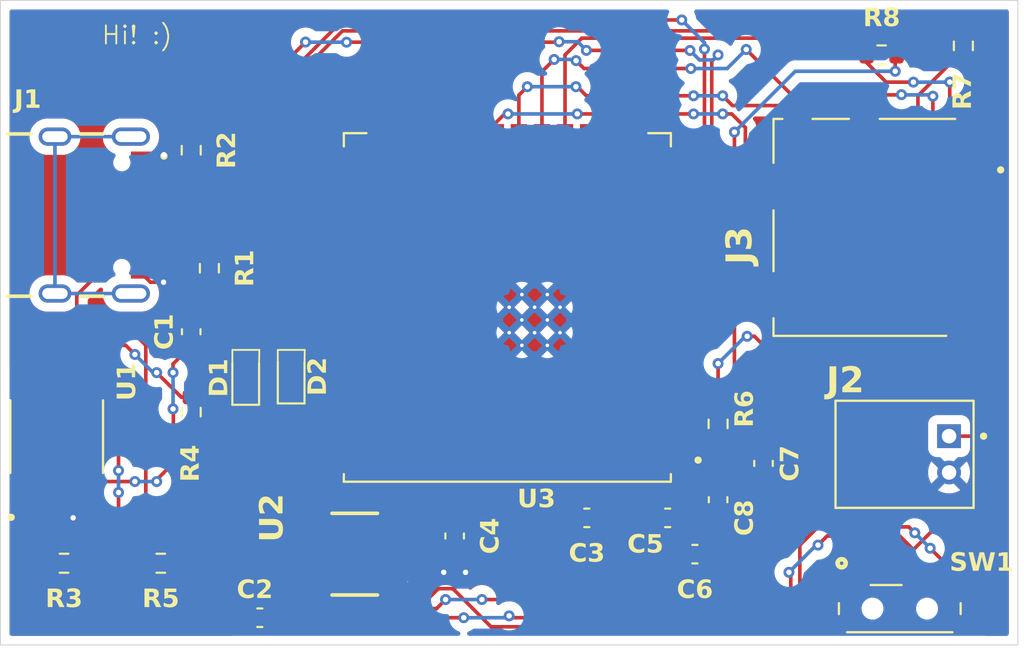
<source format=kicad_pcb>
(kicad_pcb (version 20241229) (generator "pcbnew") (generator_version "9.0")
  (layers (0 "F.Cu" signal) (2 "B.Cu" signal) (13 "F.Paste" user) (15 "B.Paste" user) (5 "F.SilkS" user "F.Silkscreen") (7 "B.SilkS" user "B.Silkscreen") (1 "F.Mask" user) (3 "B.Mask" user) (25 "Edge.Cuts" user))
  (net 0 "")
  (net 1 "VBUS")
  (net 2 "Net-(U1-VCC)")
  (net 3 "Net-(U1-BAT)")
  (net 4 "VBAT")
  (net 5 "+3.3V")
  (net 6 "Net-(U2-VOUT)")
  (net 7 "PWR_IN")
  (net 8 "Net-(U2-VIN)")
  (net 9 "Net-(C5-Pad2)")
  (net 10 "Net-(U3-EN)")
  (net 11 "GND")
  (net 12 "Net-(D1-K)")
  (net 13 "Net-(D2-K)")
  (net 16 "SHELL_GND")
  (net 17 "Net-(J1-CC2)")
  (net 18 "Net-(J1-CC1)")
  (net 19 "SD_D0")
  (net 20 "SD_CS")
  (net 21 "unconnected-(J3-SW-1-Pad9)")
  (net 22 "SD_CMD")
  (net 25 "SD_CLK")
  (net 27 "Net-(U1-PROG)")
  (net 28 "Net-(U1-~{STDBY})")
  (net 29 "Net-(U1-~{CHRG})")
  (net 30 "Net-(U3-IO0)")
  (net 31 "Net-(SW1-SHIELD-PadS1)")
  (net 49 "USB_D+")
  (net 52 "USB_D-")
  (footprint "S2B-PH-K-S_LF__SN_:JST_S2B-PH-K-S_LF__SN_" (layer "F.Cu") (at 124.7125 49.5 -90)
    (property "Reference" "J2" (at -4 5.7125 0) (layer "F.SilkS") (effects (font (size 1.4 1.4) (thickness 0.15) (bold yes))))
    (property "Value" "S2B-PH-K-S_LF__SN_")
    (pad "1" thru_hole rect (at -1 0 270) (size 1.308 1.308) (drill 0.8) (layers "*.Cu" "*.Mask") (net 4 "VBAT"))
    (pad "2" thru_hole circle (at 1 0 270) (size 1.308 1.308) (drill 0.8) (layers "*.Cu" "*.Mask") (net 11 "GND"))
  )
  (footprint "Resistor_SMD:R_0603_1608Metric" (layer "F.Cu") (at 81.325 55.5)
    (property "Reference" "R5" (at 0 2 0) (layer "F.SilkS") (effects (font (thickness 0.15) (bold yes))))
    (property "Value" "1k")
    (pad "1" smd roundrect (at -0.825 0) (size 0.8 0.95) (layers "F.Cu" "F.Mask" "F.Paste") (net 29 "Net-(U1-~{CHRG})"))
    (pad "2" smd roundrect (at 0.825 0) (size 0.8 0.95) (layers "F.Cu" "F.Mask" "F.Paste") (net 13 "Net-(D2-K)"))
  )
  (footprint "Resistor_SMD:R_0603_1608Metric" (layer "F.Cu") (at 83 32.75 -90)
    (property "Reference" "R2" (at 0 -2 90) (layer "F.SilkS") (effects (font (thickness 0.15) (bold yes))))
    (property "Value" "5.1k")
    (pad "1" smd roundrect (at -0.825 0 270) (size 0.8 0.95) (layers "F.Cu" "F.Mask" "F.Paste") (net 11 "GND"))
    (pad "2" smd roundrect (at 0.825 0 270) (size 0.8 0.95) (layers "F.Cu" "F.Mask" "F.Paste") (net 18 "Net-(J1-CC1)"))
  )
  (footprint "Resistor_SMD:R_0603_1608Metric" (layer "F.Cu") (at 125.5 27 90)
    (property "Reference" "R7" (at -2.5 0 90) (layer "F.SilkS") (effects (font (thickness 0.15) (bold yes))))
    (property "Value" "10k")
    (pad "1" smd roundrect (at -0.825 0 90) (size 0.8 0.95) (layers "F.Cu" "F.Mask" "F.Paste") (net 5 "+3.3V"))
    (pad "2" smd roundrect (at 0.825 0 90) (size 0.8 0.95) (layers "F.Cu" "F.Mask" "F.Paste") (net 30 "Net-(U3-IO0)"))
  )
  (footprint "Capacitor_SMD:C_0603_1608Metric" (layer "F.Cu") (at 109.225 53)
    (property "Reference" "C5" (at -1.225 1.5 0) (layer "F.SilkS") (effects (font (thickness 0.15) (bold yes))))
    (property "Value" "10uF")
    (pad "1" smd roundrect (at -0.775 0) (size 0.9 0.95) (layers "F.Cu" "F.Mask" "F.Paste") (net 5 "+3.3V"))
    (pad "2" smd roundrect (at 0.775 0) (size 0.9 0.95) (layers "F.Cu" "F.Mask" "F.Paste") (net 9 "Net-(C5-Pad2)"))
  )
  (footprint "Resistor_SMD:R_0603_1608Metric" (layer "F.Cu") (at 112 47.825 90)
    (property "Reference" "R6" (at 0.825 1.5 90) (layer "F.SilkS") (effects (font (thickness 0.15) (bold yes))))
    (property "Value" "10k")
    (pad "1" smd roundrect (at -0.825 0 90) (size 0.8 0.95) (layers "F.Cu" "F.Mask" "F.Paste") (net 5 "+3.3V"))
    (pad "2" smd roundrect (at 0.825 0 90) (size 0.8 0.95) (layers "F.Cu" "F.Mask" "F.Paste") (net 10 "Net-(U3-EN)"))
  )
  (footprint "TP4056:SOP127P600X175-9N" (layer "F.Cu") (at 75.595 48.525 90)
    (property "Reference" "U1" (at 3.025 3.905 90) (layer "F.SilkS") (effects (font (thickness 0.15) (bold yes))))
    (property "Value" "TP4056")
    (pad "1" smd roundrect (at -2.475 -1.905 90) (size 1.97 0.6) (layers "F.Cu" "F.Mask" "F.Paste") (roundrect_rratio 0.125) (net 11 "GND"))
    (pad "2" smd roundrect (at -2.475 -0.635 90) (size 1.97 0.6) (layers "F.Cu" "F.Mask" "F.Paste") (roundrect_rratio 0.125) (net 27 "Net-(U1-PROG)"))
    (pad "3" smd roundrect (at -2.475 0.635 90) (size 1.97 0.6) (layers "F.Cu" "F.Mask" "F.Paste") (roundrect_rratio 0.125) (net 11 "GND"))
    (pad "4" smd roundrect (at -2.475 1.905 90) (size 1.97 0.6) (layers "F.Cu" "F.Mask" "F.Paste") (roundrect_rratio 0.125) (net 2 "Net-(U1-VCC)"))
    (pad "5" smd roundrect (at 2.475 1.905 90) (size 1.97 0.6) (layers "F.Cu" "F.Mask" "F.Paste") (roundrect_rratio 0.125) (net 3 "Net-(U1-BAT)"))
    (pad "6" smd roundrect (at 2.475 0.635 90) (size 1.97 0.6) (layers "F.Cu" "F.Mask" "F.Paste") (roundrect_rratio 0.125) (net 28 "Net-(U1-~{STDBY})"))
    (pad "7" smd roundrect (at 2.475 -0.635 90) (size 1.97 0.6) (layers "F.Cu" "F.Mask" "F.Paste") (roundrect_rratio 0.125) (net 29 "Net-(U1-~{CHRG})"))
    (pad "8" smd roundrect (at 2.475 -1.905 90) (size 1.97 0.6) (layers "F.Cu" "F.Mask" "F.Paste") (roundrect_rratio 0.125) (net 1 "VBUS"))
    (pad "9" smd rect (at 0 0 90) (size 2.413 3.302) (layers "F.Cu" "F.Mask") (net 11 "GND"))
  )
  (footprint "Capacitor_SMD:C_0603_1608Metric" (layer "F.Cu") (at 110.725 55)
    (property "Reference" "C6" (at 0 2 0) (layer "F.SilkS") (effects (font (thickness 0.15) (bold yes))))
    (property "Value" "100nF")
    (pad "1" smd roundrect (at -0.775 0) (size 0.9 0.95) (layers "F.Cu" "F.Mask" "F.Paste") (net 9 "Net-(C5-Pad2)"))
    (pad "2" smd roundrect (at 0.775 0) (size 0.9 0.95) (layers "F.Cu" "F.Mask" "F.Paste") (net 11 "GND"))
  )
  (footprint "Resistor_SMD:R_0603_1608Metric" (layer "F.Cu") (at 84 39.25 -90)
    (property "Reference" "R1" (at 0 -2 90) (layer "F.SilkS") (effects (font (thickness 0.15) (bold yes))))
    (property "Value" "5.1k")
    (pad "1" smd roundrect (at -0.825 0 270) (size 0.8 0.95) (layers "F.Cu" "F.Mask" "F.Paste") (net 17 "Net-(J1-CC2)"))
    (pad "2" smd roundrect (at 0.825 0 270) (size 0.8 0.95) (layers "F.Cu" "F.Mask" "F.Paste") (net 11 "GND"))
  )
  (footprint "Resistor_SMD:R_0603_1608Metric" (layer "F.Cu") (at 76 55.5 180)
    (property "Reference" "R3" (at 0 -2 0) (layer "F.SilkS") (effects (font (thickness 0.15) (bold yes))))
    (property "Value" "1.2k")
    (pad "1" smd roundrect (at -0.825 0 180) (size 0.8 0.95) (layers "F.Cu" "F.Mask" "F.Paste") (net 11 "GND"))
    (pad "2" smd roundrect (at 0.825 0 180) (size 0.8 0.95) (layers "F.Cu" "F.Mask" "F.Paste") (net 27 "Net-(U1-PROG)"))
  )
  (footprint "LED_SMD:LED_0603_1608Metric" (layer "F.Cu") (at 88.5 45.2125 90)
    (property "Reference" "D2" (at 0 1.5 90) (layer "F.SilkS") (effects (font (thickness 0.15) (bold yes))))
    (property "Value" "LED")
    (pad "1" smd roundrect (at -0.7875 0 90) (size 0.875 0.95) (layers "F.Cu" "F.Mask" "F.Paste") (net 13 "Net-(D2-K)"))
    (pad "2" smd roundrect (at 0.7875 0 90) (size 0.875 0.95) (layers "F.Cu" "F.Mask" "F.Paste") (net 1 "VBUS"))
  )
  (footprint "LED_SMD:LED_0603_1608Metric" (layer "F.Cu") (at 86 45.2875 90)
    (property "Reference" "D1" (at 0 -1.43 90) (layer "F.SilkS") (effects (font (thickness 0.15) (bold yes))))
    (property "Value" "LED")
    (pad "1" smd roundrect (at -0.7875 0 90) (size 0.875 0.95) (layers "F.Cu" "F.Mask" "F.Paste") (net 12 "Net-(D1-K)"))
    (pad "2" smd roundrect (at 0.7875 0 90) (size 0.875 0.95) (layers "F.Cu" "F.Mask" "F.Paste") (net 1 "VBUS"))
  )
  (footprint "PCM12SMTR:SW_PCM12SMTR" (layer "F.Cu") (at 122 58)
    (property "Reference" "SW1" (at 4.5 -2.5 0) (layer "F.SilkS") (effects (font (thickness 0.15) (bold yes))))
    (property "Value" "PCM12SMTR")
    (pad "" np_thru_hole circle (at -1.5 0) (size 0.9 0.9) (drill 0.9) (layers "*.Cu" "*.Mask"))
    (pad "" np_thru_hole circle (at 1.5 0) (size 0.9 0.9) (drill 0.9) (layers "*.Cu" "*.Mask"))
    (pad "1" smd rect (at -2.25 -1.75) (size 0.7 1.5) (layers "F.Cu" "F.Mask" "F.Paste"))
    (pad "2" smd rect (at 0.75 -1.75) (size 0.7 1.5) (layers "F.Cu" "F.Mask" "F.Paste") (net 4 "VBAT"))
    (pad "3" smd rect (at 2.25 -1.75) (size 0.7 1.5) (layers "F.Cu" "F.Mask" "F.Paste") (net 7 "PWR_IN"))
    (pad "S1" smd rect (at -3.65 -0.965) (size 1 0.8) (layers "F.Cu" "F.Mask" "F.Paste") (net 31 "Net-(SW1-SHIELD-PadS1)"))
    (pad "S2" smd rect (at -3.65 0.965) (size 1 0.8) (layers "F.Cu" "F.Mask" "F.Paste") (net 31 "Net-(SW1-SHIELD-PadS1)"))
    (pad "S3" smd rect (at 3.65 0.965) (size 1 0.8) (layers "F.Cu" "F.Mask" "F.Paste") (net 31 "Net-(SW1-SHIELD-PadS1)"))
    (pad "S4" smd rect (at 3.65 -0.965) (size 1 0.8) (layers "F.Cu" "F.Mask" "F.Paste") (net 31 "Net-(SW1-SHIELD-PadS1)"))
  )
  (footprint "ESP32-S3-WROOM-1U-N16R2:XCVR_ESP32-S3-WROOM-1U-N16R2" (layer "F.Cu") (at 100.4 41.41 180)
    (property "Reference" "U3" (at -1.6 -10.59 0) (layer "F.SilkS") (effects (font (thickness 0.15) (bold yes))))
    (property "Value" "ESP32-S3-WROOM-1U-N16R2")
    (pad "1" smd rect (at -8.75 -8.41 180) (size 1.5 0.9) (layers "F.Cu" "F.Mask" "F.Paste") (net 11 "GND"))
    (pad "2" smd rect (at -8.75 -7.14 180) (size 1.5 0.9) (layers "F.Cu" "F.Mask" "F.Paste") (net 5 "+3.3V"))
    (pad "3" smd rect (at -8.75 -5.87 180) (size 1.5 0.9) (layers "F.Cu" "F.Mask" "F.Paste") (net 10 "Net-(U3-EN)"))
    (pad "4" smd rect (at -8.75 -4.6 180) (size 1.5 0.9) (layers "F.Cu" "F.Mask" "F.Paste"))
    (pad "5" smd rect (at -8.75 -3.33 180) (size 1.5 0.9) (layers "F.Cu" "F.Mask" "F.Paste"))
    (pad "6" smd rect (at -8.75 -2.06 180) (size 1.5 0.9) (layers "F.Cu" "F.Mask" "F.Paste"))
    (pad "7" smd rect (at -8.75 -0.79 180) (size 1.5 0.9) (layers "F.Cu" "F.Mask" "F.Paste"))
    (pad "8" smd rect (at -8.75 0.48 180) (size 1.5 0.9) (layers "F.Cu" "F.Mask" "F.Paste"))
    (pad "9" smd rect (at -8.75 1.75 180) (size 1.5 0.9) (layers "F.Cu" "F.Mask" "F.Paste"))
    (pad "10" smd rect (at -8.75 3.02 180) (size 1.5 0.9) (layers "F.Cu" "F.Mask" "F.Paste"))
    (pad "11" smd rect (at -8.75 4.29 180) (size 1.5 0.9) (layers "F.Cu" "F.Mask" "F.Paste"))
    (pad "12" smd rect (at -8.75 5.56 180) (size 1.5 0.9) (layers "F.Cu" "F.Mask" "F.Paste"))
    (pad "13" smd rect (at -8.75 6.83 180) (size 1.5 0.9) (layers "F.Cu" "F.Mask" "F.Paste") (net 52 "USB_D-"))
    (pad "14" smd rect (at -8.75 8.1 180) (size 1.5 0.9) (layers "F.Cu" "F.Mask" "F.Paste") (net 49 "USB_D+"))
    (pad "15" smd rect (at -6.985 9.35 180) (size 0.9 1.5) (layers "F.Cu" "F.Mask" "F.Paste"))
    (pad "16" smd rect (at -5.715 9.35 180) (size 0.9 1.5) (layers "F.Cu" "F.Mask" "F.Paste"))
    (pad "17" smd rect (at -4.445 9.35 180) (size 0.9 1.5) (layers "F.Cu" "F.Mask" "F.Paste"))
    (pad "18" smd rect (at -3.175 9.35 180) (size 0.9 1.5) (layers "F.Cu" "F.Mask" "F.Paste") (net 20 "SD_CS"))
    (pad "19" smd rect (at -1.905 9.35 180) (size 0.9 1.5) (layers "F.Cu" "F.Mask" "F.Paste") (net 22 "SD_CMD"))
    (pad "20" smd rect (at -0.635 9.35 180) (size 0.9 1.5) (layers "F.Cu" "F.Mask" "F.Paste") (net 25 "SD_CLK"))
    (pad "21" smd rect (at 0.635 9.35 180) (size 0.9 1.5) (layers "F.Cu" "F.Mask" "F.Paste") (net 19 "SD_D0"))
    (pad "22" smd rect (at 1.905 9.35 180) (size 0.9 1.5) (layers "F.Cu" "F.Mask" "F.Paste"))
    (pad "23" smd rect (at 3.175 9.35 180) (size 0.9 1.5) (layers "F.Cu" "F.Mask" "F.Paste"))
    (pad "24" smd rect (at 4.445 9.35 180) (size 0.9 1.5) (layers "F.Cu" "F.Mask" "F.Paste"))
    (pad "25" smd rect (at 5.715 9.35 180) (size 0.9 1.5) (layers "F.Cu" "F.Mask" "F.Paste"))
    (pad "26" smd rect (at 6.985 9.35 180) (size 0.9 1.5) (layers "F.Cu" "F.Mask" "F.Paste"))
    (pad "27" smd rect (at 8.75 8.1 180) (size 1.5 0.9) (layers "F.Cu" "F.Mask" "F.Paste") (net 30 "Net-(U3-IO0)"))
    (pad "28" smd rect (at 8.75 6.83 180) (size 1.5 0.9) (layers "F.Cu" "F.Mask" "F.Paste"))
    (pad "29" smd rect (at 8.75 5.56 180) (size 1.5 0.9) (layers "F.Cu" "F.Mask" "F.Paste"))
    (pad "30" smd rect (at 8.75 4.29 180) (size 1.5 0.9) (layers "F.Cu" "F.Mask" "F.Paste"))
    (pad "31" smd rect (at 8.75 3.02 180) (size 1.5 0.9) (layers "F.Cu" "F.Mask" "F.Paste"))
    (pad "32" smd rect (at 8.75 1.75 180) (size 1.5 0.9) (layers "F.Cu" "F.Mask" "F.Paste"))
    (pad "33" smd rect (at 8.75 0.48 180) (size 1.5 0.9) (layers "F.Cu" "F.Mask" "F.Paste"))
    (pad "34" smd rect (at 8.75 -0.79 180) (size 1.5 0.9) (layers "F.Cu" "F.Mask" "F.Paste"))
    (pad "35" smd rect (at 8.75 -2.06 180) (size 1.5 0.9) (layers "F.Cu" "F.Mask" "F.Paste"))
    (pad "36" smd rect (at 8.75 -3.33 180) (size 1.5 0.9) (layers "F.Cu" "F.Mask" "F.Paste"))
    (pad "37" smd rect (at 8.75 -4.6 180) (size 1.5 0.9) (layers "F.Cu" "F.Mask" "F.Paste"))
    (pad "38" smd rect (at 8.75 -5.87 180) (size 1.5 0.9) (layers "F.Cu" "F.Mask" "F.Paste"))
    (pad "39" smd rect (at 8.75 -7.14 180) (size 1.5 0.9) (layers "F.Cu" "F.Mask" "F.Paste"))
    (pad "40" smd rect (at 8.75 -8.41 180) (size 1.5 0.9) (layers "F.Cu" "F.Mask" "F.Paste") (net 11 "GND"))
    (pad "41_1" smd rect (at -2.9 -2.09 180) (size 0.9 0.9) (layers "F.Cu" "F.Mask" "F.Paste") (net 11 "GND"))
    (pad "41_2" smd rect (at -1.5 -2.09 180) (size 0.9 0.9) (layers "F.Cu" "F.Mask" "F.Paste") (net 11 "GND"))
    (pad "41_3" smd rect (at -0.1 -2.09 180) (size 0.9 0.9) (layers "F.Cu" "F.Mask" "F.Paste") (net 11 "GND"))
    (pad "41_4" smd rect (at -2.9 -0.69 180) (size 0.9 0.9) (layers "F.Cu" "F.Mask" "F.Paste") (net 11 "GND"))
    (pad "41_5" smd rect (at -1.5 -0.69 180) (size 0.9 0.9) (layers "F.Cu" "F.Mask" "F.Paste") (net 11 "GND"))
    (pad "41_6" smd rect (at -0.1 -0.69 180) (size 0.9 0.9) (layers "F.Cu" "F.Mask" "F.Paste") (net 11 "GND"))
    (pad "41_7" smd rect (at -2.9 0.71 180) (size 0.9 0.9) (layers "F.Cu" "F.Mask" "F.Paste") (net 11 "GND"))
    (pad "41_8" smd rect (at -1.5 0.71 180) (size 0.9 0.9) (layers "F.Cu" "F.Mask" "F.Paste") (net 11 "GND"))
    (pad "41_9" smd rect (at -0.1 0.71 180) (size 0.9 0.9) (layers "F.Cu" "F.Mask" "F.Paste") (net 11 "GND"))
    (pad "41_10" thru_hole circle (at -2.2 -2.09 180) (size 0.4 0.4) (drill 0.2) (layers "*.Cu") (net 11 "GND"))
    (pad "41_11" thru_hole circle (at -0.8 -2.09 180) (size 0.4 0.4) (drill 0.2) (layers "*.Cu") (net 11 "GND"))
    (pad "41_12" thru_hole circle (at -2.9 -1.39 180) (size 0.4 0.4) (drill 0.2) (layers "*.Cu") (net 11 "GND"))
    (pad "41_13" thru_hole circle (at -1.5 -1.39 180) (size 0.4 0.4) (drill 0.2) (layers "*.Cu") (net 11 "GND"))
    (pad "41_14" thru_hole circle (at -0.1 -1.39 180) (size 0.4 0.4) (drill 0.2) (layers "*.Cu") (net 11 "GND"))
    (pad "41_15" thru_hole circle (at -2.2 -0.69 180) (size 0.4 0.4) (drill 0.2) (layers "*.Cu") (net 11 "GND"))
    (pad "41_16" thru_hole circle (at -0.8 -0.69 180) (size 0.4 0.4) (drill 0.2) (layers "*.Cu") (net 11 "GND"))
    (pad "41_17" thru_hole circle (at -2.9 0.01 180) (size 0.4 0.4) (drill 0.2) (layers "*.Cu") (net 11 "GND"))
    (pad "41_18" thru_hole circle (at -1.5 0.01 180) (size 0.4 0.4) (drill 0.2) (layers "*.Cu") (net 11 "GND"))
    (pad "41_19" thru_hole circle (at -0.1 0.01 180) (size 0.4 0.4) (drill 0.2) (layers "*.Cu") (net 11 "GND"))
    (pad "41_20" thru_hole circle (at -2.2 0.71 180) (size 0.4 0.4) (drill 0.2) (layers "*.Cu") (net 11 "GND"))
    (pad "41_21" thru_hole circle (at -0.8 0.71 180) (size 0.4 0.4) (drill 0.2) (layers "*.Cu") (net 11 "GND"))
  )
  (footprint "104031-0811:MOLEX_104031-0811" (layer "F.Cu") (at 120.75 37 90)
    (property "Reference" "J3" (at -1 -7.5 90) (layer "F.SilkS") (effects (font (size 1.4 1.4) (thickness 0.15) (bold yes))))
    (property "Value" "104031-0811")
    (pad "1" smd rect (at 3.105 5.45 90) (size 0.85 1.1) (layers "F.Cu" "F.Mask" "F.Paste"))
    (pad "2" smd rect (at 2.005 5.45 90) (size 0.85 1.1) (layers "F.Cu" "F.Mask" "F.Paste") (net 20 "SD_CS"))
    (pad "3" smd rect (at 0.905 5.45 90) (size 0.85 1.1) (layers "F.Cu" "F.Mask" "F.Paste") (net 22 "SD_CMD"))
    (pad "4" smd rect (at -0.195 5.45 90) (size 0.85 1.1) (layers "F.Cu" "F.Mask" "F.Paste") (net 5 "+3.3V"))
    (pad "5" smd rect (at -1.295 5.45 90) (size 0.85 1.1) (layers "F.Cu" "F.Mask" "F.Paste") (net 25 "SD_CLK"))
    (pad "6" smd rect (at -2.395 5.45 90) (size 0.85 1.1) (layers "F.Cu" "F.Mask" "F.Paste") (net 11 "GND"))
    (pad "7" smd rect (at -3.495 5.45 90) (size 0.85 1.1) (layers "F.Cu" "F.Mask" "F.Paste") (net 19 "SD_D0"))
    (pad "8" smd rect (at -4.545 5.45 90) (size 0.75 1.1) (layers "F.Cu" "F.Mask" "F.Paste"))
    (pad "9" smd rect (at 5.74 -0.7 90) (size 1.2 1) (layers "F.Cu" "F.Mask" "F.Paste") (net 21 "unconnected-(J3-SW-1-Pad9)"))
    (pad "10" smd rect (at 5.74 -4.4 90) (size 1.2 1) (layers "F.Cu" "F.Mask" "F.Paste"))
    (pad "G1" smd rect (at 5.565 5.325 90) (size 1.55 1.35) (layers "F.Cu" "F.Mask" "F.Paste") (net 11 "GND"))
    (pad "G2" smd rect (at -5.755 5.1 90) (size 1.17 1.8) (layers "F.Cu" "F.Mask" "F.Paste") (net 11 "GND"))
    (pad "G3" smd rect (at -3.73 -5.375 90) (size 1.9 1.35) (layers "F.Cu" "F.Mask" "F.Paste") (net 11 "GND"))
    (pad "G4" smd rect (at 2.24 -5.375 90) (size 1.9 1.35) (layers "F.Cu" "F.Mask" "F.Paste") (net 11 "GND"))
  )
  (footprint "Capacitor_SMD:C_0603_1608Metric" (layer "F.Cu") (at 114.5 50 90)
    (property "Reference" "C7" (at 0 1.5 90) (layer "F.SilkS") (effects (font (thickness 0.15) (bold yes))))
    (property "Value" "100nF")
    (pad "1" smd roundrect (at -0.775 0 90) (size 0.9 0.95) (layers "F.Cu" "F.Mask" "F.Paste") (net 11 "GND"))
    (pad "2" smd roundrect (at 0.775 0 90) (size 0.9 0.95) (layers "F.Cu" "F.Mask" "F.Paste") (net 10 "Net-(U3-EN)"))
  )
  (footprint "Capacitor_SMD:C_0603_1608Metric" (layer "F.Cu") (at 104.775 53)
    (property "Reference" "C3" (at 0 2 0) (layer "F.SilkS") (effects (font (thickness 0.15) (bold yes))))
    (property "Value" "10uF")
    (pad "1" smd roundrect (at -0.775 0) (size 0.9 0.95) (layers "F.Cu" "F.Mask" "F.Paste") (net 6 "Net-(U2-VOUT)"))
    (pad "2" smd roundrect (at 0.775 0) (size 0.9 0.95) (layers "F.Cu" "F.Mask" "F.Paste") (net 5 "+3.3V"))
  )
  (footprint "USB4105-GF-A:GCT_USB4105-GF-A" (layer "F.Cu") (at 75.5 36.3225 -90)
    (property "Reference" "J1" (at -6.3225 1.5 0) (layer "F.SilkS") (effects (font (thickness 0.15) (bold yes))))
    (property "Value" "USB4105-GF-A")
    (pad "" np_thru_hole circle (at -2.89 -3.68 270) (size 0.65 0.65) (drill 0.65) (layers "*.Cu" "*.Mask"))
    (pad "" np_thru_hole circle (at 2.89 -3.68 270) (size 0.65 0.65) (drill 0.65) (layers "*.Cu" "*.Mask"))
    (pad "A1_B12" smd rect (at -3.2 -4.755 270) (size 0.6 1.15) (layers "F.Cu" "F.Paste") (net 11 "GND"))
    (pad "A4_B9" smd rect (at -2.4 -4.755 270) (size 0.6 1.15) (layers "F.Cu" "F.Paste") (net 1 "VBUS"))
    (pad "A5" smd rect (at -1.25 -4.755 270) (size 0.3 1.15) (layers "F.Cu" "F.Paste") (net 18 "Net-(J1-CC1)"))
    (pad "A6" smd rect (at -0.25 -4.755 270) (size 0.3 1.15) (layers "F.Cu" "F.Paste") (net 49 "USB_D+"))
    (pad "A7" smd rect (at 0.25 -4.755 270) (size 0.3 1.15) (layers "F.Cu" "F.Paste") (net 52 "USB_D-"))
    (pad "A8" smd rect (at 1.25 -4.755 270) (size 0.3 1.15) (layers "F.Cu" "F.Paste"))
    (pad "B1_A12" smd rect (at 3.2 -4.755 270) (size 0.6 1.15) (layers "F.Cu" "F.Paste") (net 11 "GND"))
    (pad "B4_A9" smd rect (at 2.4 -4.755 270) (size 0.6 1.15) (layers "F.Cu" "F.Paste") (net 1 "VBUS"))
    (pad "B5" smd rect (at 1.75 -4.755 270) (size 0.3 1.15) (layers "F.Cu" "F.Paste") (net 17 "Net-(J1-CC2)"))
    (pad "B6" smd rect (at 0.75 -4.755 270) (size 0.3 1.15) (layers "F.Cu" "F.Paste") (net 49 "USB_D+"))
    (pad "B7" smd rect (at -0.75 -4.755 270) (size 0.3 1.15) (layers "F.Cu" "F.Paste") (net 52 "USB_D-"))
    (pad "B8" smd rect (at -1.75 -4.755 270) (size 0.3 1.15) (layers "F.Cu" "F.Paste"))
    (pad "SH1" thru_hole oval (at -4.32 -4.18 270) (size 1 2.1) (drill oval 0.6 1.7) (layers "*.Cu" "*.Mask") (net 16 "SHELL_GND"))
    (pad "SH2" thru_hole oval (at 4.32 -4.18 270) (size 1 2.1) (drill oval 0.6 1.7) (layers "*.Cu" "*.Mask") (net 16 "SHELL_GND"))
    (pad "SH3" thru_hole oval (at -4.32 0 270) (size 1 1.8) (drill oval 0.6 1.4) (layers "*.Cu" "*.Mask") (net 16 "SHELL_GND"))
    (pad "SH4" thru_hole oval (at 4.32 0 270) (size 1 1.8) (drill oval 0.6 1.4) (layers "*.Cu" "*.Mask") (net 16 "SHELL_GND"))
  )
  (footprint "XC6220B331PR-G:XC6220B331PRG" (layer "F.Cu") (at 92 55 90)
    (property "Reference" "U2" (at 2 -4.5 90) (layer "F.SilkS") (effects (font (size 1.27 1.27) (thickness 0.254) (bold yes))))
    (property "Value" "XC6220B331PR-G" (hide yes))
    (pad "1" smd rect (at -1.5 1.85 90) (size 0.7 1.5) (layers "F.Cu" "F.Mask" "F.Paste") (net 7 "PWR_IN"))
    (pad "2" smd rect (at 0 1.725 90) (size 1 1.75) (layers "F.Cu" "F.Mask" "F.Paste") (net 11 "GND"))
    (pad "3" smd rect (at 1.5 1.85 90) (size 0.7 1.5) (layers "F.Cu" "F.Mask" "F.Paste"))
    (pad "4" smd rect (at 1.5 -1.85 90) (size 0.7 1.5) (layers "F.Cu" "F.Mask" "F.Paste") (net 8 "Net-(U2-VIN)"))
    (pad "5" smd rect (at -1.5 -1.85 90) (size 0.7 1.5) (layers "F.Cu" "F.Mask" "F.Paste") (net 6 "Net-(U2-VOUT)"))
    (pad "6" smd rect (at 0 -1.725 90) (size 1 1.75) (layers "F.Cu" "F.Mask" "F.Paste") (net 11 "GND"))
    (pad "7" smd rect (at 0 0 180) (size 1.7 2) (layers "F.Cu" "F.Mask" "F.Paste") (net 11 "GND"))
  )
  (footprint "Capacitor_SMD:C_0603_1608Metric" (layer "F.Cu") (at 97.5 54 90)
    (property "Reference" "C4" (at 0 2 90) (layer "F.SilkS") (effects (font (thickness 0.15) (bold yes))))
    (property "Value" "10uF")
    (pad "1" smd roundrect (at -0.775 0 90) (size 0.9 0.95) (layers "F.Cu" "F.Mask" "F.Paste") (net 7 "PWR_IN"))
    (pad "2" smd roundrect (at 0.775 0 90) (size 0.9 0.95) (layers "F.Cu" "F.Mask" "F.Paste") (net 8 "Net-(U2-VIN)"))
  )
  (footprint "Capacitor_SMD:C_0603_1608Metric" (layer "F.Cu") (at 112 52 -90)
    (property "Reference" "C8" (at 1 -1.5 90) (layer "F.SilkS") (effects (font (thickness 0.15) (bold yes))))
    (property "Value" "100nF")
    (pad "1" smd roundrect (at -0.775 0 270) (size 0.9 0.95) (layers "F.Cu" "F.Mask" "F.Paste") (net 5 "+3.3V"))
    (pad "2" smd roundrect (at 0.775 0 270) (size 0.9 0.95) (layers "F.Cu" "F.Mask" "F.Paste") (net 11 "GND"))
  )
  (footprint "Capacitor_SMD:C_0603_1608Metric" (layer "F.Cu") (at 83 42.75 90)
    (property "Reference" "C1" (at 0 -1.43 90) (layer "F.SilkS") (effects (font (thickness 0.15) (bold yes))))
    (property "Value" "10uF")
    (pad "1" smd roundrect (at -0.775 0 90) (size 0.9 0.95) (layers "F.Cu" "F.Mask" "F.Paste") (net 2 "Net-(U1-VCC)"))
    (pad "2" smd roundrect (at 0.775 0 90) (size 0.9 0.95) (layers "F.Cu" "F.Mask" "F.Paste") (net 1 "VBUS"))
  )
  (footprint "Capacitor_SMD:C_0603_1608Metric" (layer "F.Cu") (at 86.775 58.5)
    (property "Reference" "C2" (at -0.275 -1.5 0) (layer "F.SilkS") (effects (font (thickness 0.15) (bold yes))))
    (property "Value" "10uF")
    (pad "1" smd roundrect (at -0.775 0) (size 0.9 0.95) (layers "F.Cu" "F.Mask" "F.Paste") (net 3 "Net-(U1-BAT)"))
    (pad "2" smd roundrect (at 0.775 0) (size 0.9 0.95) (layers "F.Cu" "F.Mask" "F.Paste") (net 4 "VBAT"))
  )
  (footprint "Resistor_SMD:R_0603_1608Metric" (layer "F.Cu") (at 121 27.5 180)
    (property "Reference" "R8" (at 0 2 0) (layer "F.SilkS") (effects (font (thickness 0.15) (bold yes))))
    (property "Value" "10k")
    (pad "1" smd roundrect (at -0.825 0 180) (size 0.8 0.95) (layers "F.Cu" "F.Mask" "F.Paste") (net 5 "+3.3V"))
    (pad "2" smd roundrect (at 0.825 0 180) (size 0.8 0.95) (layers "F.Cu" "F.Mask" "F.Paste") (net 20 "SD_CS"))
  )
  (footprint "Resistor_SMD:R_0603_1608Metric" (layer "F.Cu") (at 83 47.175 -90)
    (property "Reference" "R4" (at 2.825 0 90) (layer "F.SilkS") (effects (font (thickness 0.15) (bold yes))))
    (property "Value" "1k")
    (pad "1" smd roundrect (at -0.825 0 270) (size 0.8 0.95) (layers "F.Cu" "F.Mask" "F.Paste") (net 28 "Net-(U1-~{STDBY})"))
    (pad "2" smd roundrect (at 0.825 0 270) (size 0.8 0.95) (layers "F.Cu" "F.Mask" "F.Paste") (net 12 "Net-(D1-K)"))
  )
  (gr_line (start 86.75 43.75) (end 86.735 44.4875) (stroke (width 0.1)) (layer "F.SilkS"))
  (gr_line (start 87.765 43.75) (end 89.25 43.75) (stroke (width 0.1)) (layer "F.SilkS"))
  (gr_line (start 85.265 44.4875) (end 85.265 43.75) (stroke (width 0.1)) (layer "F.SilkS"))
  (gr_line (start 85.265 43.75) (end 86.75 43.75) (stroke (width 0.1)) (layer "F.SilkS"))
  (gr_line (start 87.765 44.4125) (end 87.765 43.75) (stroke (width 0.1)) (layer "F.SilkS"))
  (gr_line (start 89.25 43.75) (end 89.235 44.4125) (stroke (width 0.1)) (layer "F.SilkS"))
  (gr_rect (start 72.5 24.5) (end 128.5 60) (stroke (width 0.05)) (fill no) (layer "Edge.Cuts"))
  (gr_text "Hi! :)" (at 78 27 0) (layer "F.SilkS") (effects (font (size 1 1) (thickness 0.1)) (justify left bottom)))
  (segment (start 86 44.5) (end 86.5 44.5) (width 0.2) (layer "F.Cu") (net 1))
  (segment (start 82.224 39.9165) (end 82.224 41.199) (width 0.2) (layer "F.Cu") (net 1))
  (segment (start 76.701 40.735492) (end 76.701 42.054001) (width 0.2) (layer "F.Cu") (net 1))
  (segment (start 78.978 38.1225) (end 79.379 38.5235) (width 0.2) (layer "F.Cu") (net 1))
  (segment (start 78.978 34.5225) (end 78.978 38.1225) (width 0.2) (layer "F.Cu") (net 1))
  (segment (start 78.899992 38.5365) (end 76.701 40.735492) (width 0.2) (layer "F.Cu") (net 1))
  (segment (start 73.69 45.065001) (end 73.69 46.05) (width 0.2) (layer "F.Cu") (net 1))
  (segment (start 80.255 38.7225) (end 80.069 38.5365) (width 0.2) (layer "F.Cu") (net 1))
  (segment (start 79.379 38.5235) (end 80.056 38.5235) (width 0.2) (layer "F.Cu") (net 1))
  (segment (start 86.5 44.5) (end 86.575 44.425) (width 0.2) (layer "F.Cu") (net 1))
  (segment (start 82.224 41.199) (end 83 41.975) (width 0.2) (layer "F.Cu") (net 1))
  (segment (start 80.255 38.7225) (end 81.03 38.7225) (width 0.2) (layer "F.Cu") (net 1))
  (segment (start 83.475 41.975) (end 86 44.5) (width 0.2) (layer "F.Cu") (net 1))
  (segment (start 86.575 44.425) (end 88.5 44.425) (width 0.2) (layer "F.Cu") (net 1))
  (segment (start 80.056 34.1215) (end 79.379 34.1215) (width 0.2) (layer "F.Cu") (net 1))
  (segment (start 76.701 42.054001) (end 73.69 45.065001) (width 0.2) (layer "F.Cu") (net 1))
  (segment (start 80.255 33.9225) (end 80.056 34.1215) (width 0.2) (layer "F.Cu") (net 1))
  (segment (start 80.056 38.5235) (end 80.255 38.7225) (width 0.2) (layer "F.Cu") (net 1))
  (segment (start 79.379 34.1215) (end 78.978 34.5225) (width 0.2) (layer "F.Cu") (net 1))
  (segment (start 81.03 38.7225) (end 82.224 39.9165) (width 0.2) (layer "F.Cu") (net 1))
  (segment (start 83 41.975) (end 83.475 41.975) (width 0.2) (layer "F.Cu") (net 1))
  (segment (start 80.069 38.5365) (end 78.899992 38.5365) (width 0.2) (layer "F.Cu") (net 1))
  (segment (start 82 44.525) (end 83 43.525) (width 0.2) (layer "F.Cu") (net 2))
  (segment (start 82.01645 49.98355) (end 82.01645 47.01645) (width 0.2) (layer "F.Cu") (net 2))
  (segment (start 82.01645 47.01645) (end 82 47) (width 0.2) (layer "F.Cu") (net 2))
  (segment (start 77.5 51) (end 79.9 51) (width 0.2) (layer "F.Cu") (net 2))
  (segment (start 81.1 50.9) (end 82.01645 49.98355) (width 0.2) (layer "F.Cu") (net 2))
  (segment (start 81.1 51) (end 81.1 50.9) (width 0.2) (layer "F.Cu") (net 2))
  (segment (start 82 45) (end 82 44.525) (width 0.2) (layer "F.Cu") (net 2))
  (via (at 81.1 51) (size 0.6) (drill 0.3) (layers "F.Cu" "B.Cu") (net 2))
  (via (at 82 45) (size 0.6) (drill 0.3) (layers "F.Cu" "B.Cu") (net 2))
  (via (at 79.9 51) (size 0.6) (drill 0.3) (layers "F.Cu" "B.Cu") (net 2))
  (via (at 82 47) (size 0.6) (drill 0.3) (layers "F.Cu" "B.Cu") (net 2))
  (segment (start 79.9 51) (end 81.1 51) (width 0.2) (layer "B.Cu") (net 2))
  (segment (start 82 47) (end 82 45) (width 0.2) (layer "B.Cu") (net 2))
  (segment (start 79.5 58.5) (end 86 58.5) (width 0.2) (layer "F.Cu") (net 3))
  (segment (start 79 47.55) (end 79 50.4) (width 0.2) (layer "F.Cu") (net 3))
  (segment (start 79 51.6) (end 79 58) (width 0.2) (layer "F.Cu") (net 3))
  (segment (start 79 58) (end 79.5 58.5) (width 0.2) (layer "F.Cu") (net 3))
  (segment (start 77.5 46.05) (end 79 47.55) (width 0.2) (layer "F.Cu") (net 3))
  (via (at 79 51.6) (size 0.6) (drill 0.3) (layers "F.Cu" "B.Cu") (net 3))
  (via (at 79 50.4) (size 0.6) (drill 0.3) (layers "F.Cu" "B.Cu") (net 3))
  (segment (start 79 50.4) (end 79 51.6) (width 0.2) (layer "B.Cu") (net 3))
  (segment (start 124.7125 48.5) (end 126.5 48.5) (width 0.2) (layer "F.Cu") (net 4))
  (segment (start 122.75 54.75) (end 122.75 56.25) (width 0.2) (layer "F.Cu") (net 4))
  (segment (start 124 53.5) (end 122.75 54.75) (width 0.2) (layer "F.Cu") (net 4))
  (segment (start 116 56.1) (end 115.9 56) (width 0.2) (layer "F.Cu") (net 4))
  (segment (start 115 58.5) (end 116 57.5) (width 0.2) (layer "F.Cu") (net 4))
  (segment (start 127 53) (end 126.5 53.5) (width 0.2) (layer "F.Cu") (net 4))
  (segment (start 118 54) (end 122 54) (width 0.2) (layer "F.Cu") (net 4))
  (segment (start 100.5 58.4) (end 100.6 58.5) (width 0.2) (layer "F.Cu") (net 4))
  (segment (start 87.55 58.5) (end 98 58.5) (width 0.2) (layer "F.Cu") (net 4))
  (segment (start 100.6 58.5) (end 115 58.5) (width 0.2) (layer "F.Cu") (net 4))
  (segment (start 127 49) (end 127 53) (width 0.2) (layer "F.Cu") (net 4))
  (segment (start 122.5 54.5) (end 122.75 54.75) (width 0.2) (layer "F.Cu") (net 4))
  (segment (start 117.5 54.5) (end 118 54) (width 0.2) (layer "F.Cu") (net 4))
  (segment (start 126.5 48.5) (end 127 49) (width 0.2) (layer "F.Cu") (net 4))
  (segment (start 126.5 53.5) (end 124 53.5) (width 0.2) (layer "F.Cu") (net 4))
  (segment (start 116 57.5) (end 116 56.1) (width 0.2) (layer "F.Cu") (net 4))
  (segment (start 122 54) (end 122.5 54.5) (width 0.2) (layer "F.Cu") (net 4))
  (via (at 98 58.5) (size 0.6) (drill 0.3) (layers "F.Cu" "B.Cu") (net 4))
  (via (at 117.5 54.5) (size 0.6) (drill 0.3) (layers "F.Cu" "B.Cu") (net 4))
  (via (at 100.5 58.4) (size 0.6) (drill 0.3) (layers "F.Cu" "B.Cu") (net 4))
  (via (at 115.9 56) (size 0.6) (drill 0.3) (layers "F.Cu" "B.Cu") (net 4))
  (segment (start 100.4 58.5) (end 100.5 58.4) (width 0.2) (layer "B.Cu") (net 4))
  (segment (start 98 58.5) (end 100.4 58.5) (width 0.2) (layer "B.Cu") (net 4))
  (segment (start 117.4 54.5) (end 117.5 54.5) (width 0.2) (layer "B.Cu") (net 4))
  (segment (start 115.9 56) (end 117.4 54.5) (width 0.2) (layer "B.Cu") (net 4))
  (segment (start 112.899 31.751) (end 112.9 31.75) (width 0.2) (layer "F.Cu") (net 5))
  (segment (start 124.8779 37.195) (end 126.2 37.195) (width 0.2) (layer "F.Cu") (net 5))
  (segment (start 112 51.225) (end 112 48.65) (width 0.2) (layer "F.Cu") (net 5))
  (segment (start 111.225 52) (end 112 51.225) (width 0.2) (layer "F.Cu") (net 5))
  (segment (start 123 35.3171) (end 124.8779 37.195) (width 0.2) (layer "F.Cu") (net 5))
  (segment (start 112.899 39.649) (end 112 38.75) (width 0.2) (layer "F.Cu") (net 5))
  (segment (start 108.45 53) (end 108.45 52.55) (width 0.2) (layer "F.Cu") (net 5))
  (segment (start 112.899 47.751) (end 112.899 39.649) (width 0.2) (layer "F.Cu") (net 5))
  (segment (start 124.925 27.825) (end 125.5 27.825) (width 0.2) (layer "F.Cu") (net 5))
  (segment (start 121.75 27.575) (end 121.825 27.5) (width 0.2) (layer "F.Cu") (net 5))
  (segment (start 112 38.75) (end 112 36.75) (width 0.2) (layer "F.Cu") (net 5))
  (segment (start 123 29.75) (end 124.925 27.825) (width 0.2) (layer "F.Cu") (net 5))
  (segment (start 121.75 28.4) (end 121.75 27.575) (width 0.2) (layer "F.Cu") (net 5))
  (segment (start 105.55 53) (end 108.45 53) (width 0.2) (layer "F.Cu") (net 5))
  (segment (start 112 48.65) (end 109.25 48.65) (width 0.2) (layer "F.Cu") (net 5))
  (segment (start 121.825 27.5) (end 125.175 27.5) (width 0.2) (layer "F.Cu") (net 5))
  (segment (start 108.45 52.55) (end 109 52) (width 0.2) (layer "F.Cu") (net 5))
  (segment (start 109.25 48.65) (end 109.15 48.55) (width 0.2) (layer "F.Cu") (net 5))
  (segment (start 123 29.75) (end 123 35.3171) (width 0.2) (layer "F.Cu") (net 5))
  (segment (start 112 36.75) (end 112.899 35.851) (width 0.2) (layer "F.Cu") (net 5))
  (segment (start 109 52) (end 111.225 52) (width 0.2) (layer "F.Cu") (net 5))
  (segment (start 112 48.65) (end 112.899 47.751) (width 0.2) (layer "F.Cu") (net 5))
  (segment (start 125.175 27.5) (end 125.5 27.825) (width 0.2) (layer "F.Cu") (net 5))
  (segment (start 112.899 35.851) (end 112.899 31.751) (width 0.2) (layer "F.Cu") (net 5))
  (via (at 121.75 28.4) (size 0.6) (drill 0.3) (layers "F.Cu" "B.Cu") (net 5))
  (via (at 112.9 31.75) (size 0.6) (drill 0.3) (layers "F.Cu" "B.Cu") (net 5))
  (segment (start 112.9 31.75) (end 116.25 28.4) (width 0.2) (layer "B.Cu") (net 5))
  (segment (start 116.25 28.4) (end 121.75 28.4) (width 0.2) (layer "B.Cu") (net 5))
  (segment (start 91 58) (end 90.15 57.15) (width 0.2) (layer "F.Cu") (net 6))
  (segment (start 97 57.5) (end 96.5 58) (width 0.2) (layer "F.Cu") (net 6))
  (segment (start 90.15 57.15) (end 90.15 56.5) (width 0.2) (layer "F.Cu") (net 6))
  (segment (start 96.5 58) (end 91 58) (width 0.2) (layer "F.Cu") (net 6))
  (segment (start 100.5 57.5) (end 99 57.5) (width 0.2) (layer "F.Cu") (net 6))
  (segment (start 104 53) (end 104 54) (width 0.2) (layer "F.Cu") (net 6))
  (segment (start 104 54) (end 100.5 57.5) (width 0.2) (layer "F.Cu") (net 6))
  (via (at 97 57.5) (size 0.6) (drill 0.3) (layers "F.Cu" "B.Cu") (net 6))
  (via (at 99 57.5) (size 0.6) (drill 0.3) (layers "F.Cu" "B.Cu") (net 6))
  (segment (start 99 57.5) (end 97 57.5) (width 0.2) (layer "B.Cu") (net 6))
  (segment (start 116.5 58) (end 115.5 59) (width 0.2) (layer "F.Cu") (net 7))
  (segment (start 116.5 54.5) (end 116.5 58) (width 0.2) (layer "F.Cu") (net 7))
  (segment (start 117.5 53.5) (end 116.5 54.5) (width 0.2) (layer "F.Cu") (net 7))
  (segment (start 96.601 56.899) (end 96 57.5) (width 0.2) (layer "F.Cu") (net 7))
  (segment (start 122.825735 53.825735) (end 122.5 53.5) (width 0.2) (layer "F.Cu") (net 7))
  (segment (start 97.399 56.899) (end 96.601 56.899) (width 0.2) (layer "F.Cu") (net 7))
  (segment (start 97.5 57) (end 97.5 54.775) (width 0.2) (layer "F.Cu") (net 7))
  (segment (start 94.85 57.5) (end 93.85 56.5) (width 0.2) (layer "F.Cu") (net 7))
  (segment (start 99.5 59) (end 97.5 57) (width 0.2) (layer "F.Cu") (net 7))
  (segment (start 115.5 59) (end 99.5 59) (width 0.2) (layer "F.Cu") (net 7))
  (segment (start 122.5 53.5) (end 117.5 53.5) (width 0.2) (layer "F.Cu") (net 7))
  (segment (start 123.674265 54.674265) (end 124.25 55.25) (width 0.2) (layer "F.Cu") (net 7))
  (segment (start 124.25 55.25) (end 124.25 56.25) (width 0.2) (layer "F.Cu") (net 7))
  (segment (start 96 57.5) (end 94.85 57.5) (width 0.2) (layer "F.Cu") (net 7))
  (segment (start 97.5 57) (end 97.399 56.899) (width 0.2) (layer "F.Cu") (net 7))
  (via (at 122.825735 53.825735) (size 0.6) (drill 0.3) (layers "F.Cu" "B.Cu") (net 7))
  (via (at 123.674265 54.674265) (size 0.6) (drill 0.3) (layers "F.Cu" "B.Cu") (net 7))
  (segment (start 123.674265 54.674265) (end 122.825735 53.825735) (width 0.2) (layer "B.Cu") (net 7))
  (segment (start 91 51.5) (end 90.15 52.35) (width 0.2) (layer "F.Cu") (net 8))
  (segment (start 96.5 51.5) (end 91 51.5) (width 0.2) (layer "F.Cu") (net 8))
  (segment (start 97.5 53.225) (end 97.5 52.5) (width 0.2) (layer "F.Cu") (net 8))
  (segment (start 90.15 52.35) (end 90.15 53.5) (width 0.2) (layer "F.Cu") (net 8))
  (segment (start 97.5 52.5) (end 96.5 51.5) (width 0.2) (layer "F.Cu") (net 8))
  (segment (start 110 53.5) (end 109.95 53.55) (width 0.2) (layer "F.Cu") (net 9))
  (segment (start 110 53) (end 110 53.5) (width 0.2) (layer "F.Cu") (net 9))
  (segment (start 109.95 53.55) (end 109.95 55) (width 0.2) (layer "F.Cu") (net 9))
  (segment (start 111.22 47.28) (end 109.15 47.28) (width 0.2) (layer "F.Cu") (net 10))
  (segment (start 114.5 43.5) (end 114.5 49.225) (width 0.2) (layer "F.Cu") (net 10))
  (segment (start 113.6 43) (end 114 43) (width 0.2) (layer "F.Cu") (net 10))
  (segment (start 114 43) (end 114.5 43.5) (width 0.2) (layer "F.Cu") (net 10))
  (segment (start 112 47) (end 111.5 47) (width 0.2) (layer "F.Cu") (net 10))
  (segment (start 112 47) (end 112 44.5) (width 0.2) (layer "F.Cu") (net 10))
  (segment (start 111.5 47) (end 111.22 47.28) (width 0.2) (layer "F.Cu") (net 10))
  (via (at 112 44.5) (size 0.6) (drill 0.3) (layers "F.Cu" "B.Cu") (net 10))
  (via (at 113.6 43) (size 0.6) (drill 0.3) (layers "F.Cu" "B.Cu") (net 10))
  (segment (start 112 44.5) (end 113.5 43) (width 0.2) (layer "B.Cu") (net 10))
  (segment (start 113.5 43) (end 113.6 43) (width 0.2) (layer "B.Cu") (net 10))
  (segment (start 76.23 51) (end 76.23 52.73) (width 0.2) (layer "F.Cu") (net 11))
  (segment (start 93.725 55) (end 95.9 55) (width 0.2) (layer "F.Cu") (net 11))
  (segment (start 76.23 52.73) (end 76.5 53) (width 0.2) (layer "F.Cu") (net 11))
  (segment (start 73.69 50.43) (end 75.595 48.525) (width 0.2) (layer "F.Cu") (net 11))
  (segment (start 81.3775 33.1225) (end 81.5 33) (width 0.2) (layer "F.Cu") (net 11))
  (segment (start 98.276 55.824) (end 98.276 52.7089) (width 0.2) (layer "F.Cu") (net 11))
  (segment (start 73.69 51) (end 73.69 50.43) (width 0.2) (layer "F.Cu") (net 11))
  (segment (start 95.3871 49.82) (end 91.65 49.82) (width 0.2) (layer "F.Cu") (net 11))
  (segment (start 95.9 55) (end 96.9 56) (width 0.2) (layer "F.Cu") (net 11))
  (segment (start 103.3 40.7) (end 103.300003 40.7) (width 0.2) (layer "F.Cu") (net 11))
  (segment (start 98.1 56) (end 98.276 55.824) (width 0.2) (layer "F.Cu") (net 11))
  (segment (start 98.276 52.7089) (end 95.3871 49.82) (width 0.2) (layer "F.Cu") (net 11))
  (segment (start 103.3 43.5) (end 103.300003 43.5) (width 0.2) (layer "F.Cu") (net 11))
  (segment (start 100.5 40.7) (end 100.5 40.699997) (width 0.2) (layer "F.Cu") (net 11))
  (segment (start 81.479485 40.020515) (end 80.753015 40.020515) (width 0.2) (layer "F.Cu") (net 11))
  (segment (start 80.753015 40.020515) (end 80.255 39.5225) (width 0.2) (layer "F.Cu") (net 11))
  (segment (start 80.255 33.1225) (end 81.3775 33.1225) (width 0.2) (layer "F.Cu") (net 11))
  (via (at 81.5 33) (size 0.6) (drill 0.3) (layers "F.Cu" "B.Cu") (net 11))
  (via (at 96.9 56) (size 0.6) (drill 0.3) (layers "F.Cu" "B.Cu") (net 11))
  (via (at 81.479485 40.020515) (size 0.6) (drill 0.3) (layers "F.Cu" "B.Cu") (net 11))
  (via (at 98.1 56) (size 0.6) (drill 0.3) (layers "F.Cu" "B.Cu") (net 11))
  (via (at 76.5 53) (size 0.6) (drill 0.3) (layers "F.Cu" "B.Cu") (net 11))
  (segment (start 81.5 33) (end 81.5 40) (width 0.2) (layer "B.Cu") (net 11))
  (segment (start 96.9 56) (end 98.1 56) (width 0.2) (layer "B.Cu") (net 11))
  (segment (start 81.5 40) (end 81.479485 40.020515) (width 0.2) (layer "B.Cu") (net 11))
  (segment (start 84.925 46.075) (end 83 48) (width 0.2) (layer "F.Cu") (net 12))
  (segment (start 86 46.075) (end 84.925 46.075) (width 0.2) (layer "F.Cu") (net 12))
  (segment (start 82.15 52.35) (end 88.5 46) (width 0.2) (layer "F.Cu") (net 13))
  (segment (start 82.15 55.5) (end 82.15 52.35) (width 0.2) (layer "F.Cu") (net 13))
  (segment (start 75.5 40.6425) (end 79.68 40.6425) (width 0.2) (layer "B.Cu") (net 16))
  (segment (start 79.68 32.0025) (end 75.5 32.0025) (width 0.2) (layer "B.Cu") (net 16))
  (segment (start 75.5 32.0025) (end 75.5 40.6425) (width 0.2) (layer "B.Cu") (net 16))
  (segment (start 84 38.425) (end 83 38.425) (width 0.2) (layer "F.Cu") (net 17))
  (segment (start 83 38.425) (end 82.6475 38.0725) (width 0.2) (layer "F.Cu") (net 17))
  (segment (start 82.6475 38.0725) (end 80.255 38.0725) (width 0.2) (layer "F.Cu") (net 17))
  (segment (start 83 33.575) (end 81.5025 35.0725) (width 0.2) (layer "F.Cu") (net 18))
  (segment (start 81.5025 35.0725) (end 80.255 35.0725) (width 0.2) (layer "F.Cu") (net 18))
  (segment (start 104.25 30.75) (end 110.65 30.75) (width 0.2) (layer "F.Cu") (net 19))
  (segment (start 117.755 40.495) (end 126.2 40.495) (width 0.2) (layer "F.Cu") (net 19))
  (segment (start 113.5 31.5) (end 113.5 36.25) (width 0.2) (layer "F.Cu") (net 19))
  (segment (start 100.25 30.75) (end 100.5 30.75) (width 0.2) (layer "F.Cu") (net 19))
  (segment (start 117.75 40.5) (end 117.755 40.495) (width 0.2) (layer "F.Cu") (net 19))
  (segment (start 112.251 30.75) (end 112.75 30.75) (width 0.2) (layer "F.Cu") (net 19))
  (segment (start 99.765 31.235) (end 100.25 30.75) (width 0.2) (layer "F.Cu") (net 19))
  (segment (start 100.5 30.75) (end 100.435 30.75) (width 0.2) (layer "F.Cu") (net 19))
  (segment (start 113.5 36.25) (end 117.75 40.5) (width 0.2) (layer "F.Cu") (net 19))
  (segment (start 112.75 30.75) (end 113.5 31.5) (width 0.2) (layer "F.Cu") (net 19))
  (segment (start 99.765 32.06) (end 99.765 31.235) (width 0.2) (layer "F.Cu") (net 19))
  (via (at 104.25 30.75) (size 0.6) (drill 0.3) (layers "F.Cu" "B.Cu") (net 19))
  (via (at 110.65 30.75) (size 0.6) (drill 0.3) (layers "F.Cu" "B.Cu") (net 19))
  (via (at 100.435 30.75) (size 0.6) (drill 0.3) (layers "F.Cu" "B.Cu") (net 19))
  (via (at 112.251 30.75) (size 0.6) (drill 0.3) (layers "F.Cu" "B.Cu") (net 19))
  (segment (start 110.65 30.75) (end 112.251 30.75) (width 0.2) (layer "B.Cu") (net 19))
  (segment (start 100.435 30.75) (end 104.25 30.75) (width 0.2) (layer "B.Cu") (net 19))
  (segment (start 104.5 26.576) (end 103.575 27.501) (width 0.2) (layer "F.Cu") (net 20))
  (segment (start 125.45 34.995) (end 126.2 34.995) (width 0.2) (layer "F.Cu") (net 20))
  (segment (start 124.751243 34.296243) (end 125.45 34.995) (width 0.2) (layer "F.Cu") (net 20))
  (segment (start 122.75 29) (end 121.25 29) (width 0.2) (layer "F.Cu") (net 20))
  (segment (start 121.25 29) (end 120.175 27.925) (width 0.2) (layer "F.Cu") (net 20))
  (segment (start 120.175 27.925) (end 120.175 27.5) (width 0.2) (layer "F.Cu") (net 20))
  (segment (start 120.175 27.5) (end 120.175 27.025) (width 0.2) (layer "F.Cu") (net 20))
  (segment (start 120.175 27.025) (end 119.726 26.576) (width 0.2) (layer "F.Cu") (net 20))
  (segment (start 103.575 27.501) (end 103.575 32.06) (width 0.2) (layer "F.Cu") (net 20))
  (segment (start 119.726 26.576) (end 104.5 26.576) (width 0.2) (layer "F.Cu") (net 20))
  (segment (start 124.751243 28.994534) (end 124.751243 34.296243) (width 0.2) (layer "F.Cu") (net 20))
  (segment (start 126.505 34.995) (end 126.2 34.995) (width 0.2) (layer "F.Cu") (net 20))
  (via (at 124.751243 28.994534) (size 0.6) (drill 0.3) (layers "F.Cu" "B.Cu") (net 20))
  (via (at 122.75 29) (size 0.6) (drill 0.3) (layers "F.Cu" "B.Cu") (net 20))
  (segment (start 124.745777 29) (end 124.751243 28.994534) (width 0.2) (layer "B.Cu") (net 20))
  (segment (start 122.75 29) (end 124.745777 29) (width 0.2) (layer "B.Cu") (net 20))
  (segment (start 120.095 31.55) (end 119.899 31.354) (width 0.2) (layer "F.Cu") (net 21))
  (segment (start 102.305 28.42) (end 102.975 27.75) (width 0.2) (layer "F.Cu") (net 22))
  (segment (start 113.549265 27.200735) (end 113.59853 27.25) (width 0.2) (layer "F.Cu") (net 22))
  (segment (start 124.345 36.095) (end 126.2 36.095) (width 0.2) (layer "F.Cu") (net 22))
  (segment (start 104.184313 27.815687) (end 104.618626 28.25) (width 0.2) (layer "F.Cu") (net 22))
  (segment (start 122.093186 29.688844) (end 122.081295 29.700735) (width 0.2) (layer "F.Cu") (net 22))
  (segment (start 123.823897 35.573897) (end 124.345 36.095) (width 0.2) (layer "F.Cu") (net 22))
  (segment (start 104.618626 28.25) (end 110.5 28.25) (width 0.2) (layer "F.Cu") (net 22))
  (segment (start 116.049265 29.700735) (end 113.549265 27.200735) (width 0.2) (layer "F.Cu") (net 22))
  (segment (start 123.823897 29.774632) (end 123.823897 35.573897) (width 0.2) (layer "F.Cu") (net 22))
  (segment (start 122.081295 29.700735) (end 116.049265 29.700735) (width 0.2) (layer "F.Cu") (net 22))
  (segment (start 102.305 32.06) (end 102.305 28.42) (width 0.2) (layer "F.Cu") (net 22))
  (via (at 102.975 27.75) (size 0.6) (drill 0.3) (layers "F.Cu" "B.Cu") (net 22))
  (via (at 123.823897 29.774632) (size 0.6) (drill 0.3) (layers "F.Cu" "B.Cu") (net 22))
  (via (at 110.5 28.25) (size 0.6) (drill 0.3) (layers "F.Cu" "B.Cu") (net 22))
  (via (at 113.549265 27.200735) (size 0.6) (drill 0.3) (layers "F.Cu" "B.Cu") (net 22))
  (via (at 104.184313 27.815687) (size 0.6) (drill 0.3) (layers "F.Cu" "B.Cu") (net 22))
  (via (at 122.093186 29.688844) (size 0.6) (drill 0.3) (layers "F.Cu" "B.Cu") (net 22))
  (segment (start 122.105077 29.700735) (end 123.75 29.700735) (width 0.2) (layer "B.Cu") (net 22))
  (segment (start 104.118626 27.75) (end 104.184313 27.815687) (width 0.2) (layer "B.Cu") (net 22))
  (segment (start 123.75 29.700735) (end 123.823897 29.774632) (width 0.2) (layer "B.Cu") (net 22))
  (segment (start 112.5 28.25) (end 113.549265 27.200735) (width 0.2) (layer "B.Cu") (net 22))
  (segment (start 110.5 28.25) (end 112.5 28.25) (width 0.2) (layer "B.Cu") (net 22))
  (segment (start 122.093186 29.688844) (end 122.105077 29.700735) (width 0.2) (layer "B.Cu") (net 22))
  (segment (start 102.975 27.75) (end 104.118626 27.75) (width 0.2) (layer "B.Cu") (net 22))
  (segment (start 121.289844 30.289844) (end 122.599 31.599) (width 0.2) (layer "F.Cu") (net 25))
  (segment (start 101.035 32.06) (end 101.035 29.715) (width 0.2) (layer "F.Cu") (net 25))
  (segment (start 122.599 35.4832) (end 125.4108 38.295) (width 0.2) (layer "F.Cu") (net 25))
  (segment (start 101.035 29.715) (end 101.5 29.25) (width 0.2) (layer "F.Cu") (net 25))
  (segment (start 104.175 29.25) (end 104.25 29.25) (width 0.2) (layer "F.Cu") (net 25))
  (segment (start 104.75 29.75) (end 110.65 29.75) (width 0.2) (layer "F.Cu") (net 25))
  (segment (start 112.790844 30.289844) (end 121.289844 30.289844) (width 0.2) (layer "F.Cu") (net 25))
  (segment (start 125.4108 38.295) (end 126.2 38.295) (width 0.2) (layer "F.Cu") (net 25))
  (segment (start 112.251 29.75) (end 112.790844 30.289844) (width 0.2) (layer "F.Cu") (net 25))
  (segment (start 122.599 31.599) (end 122.599 35.4832) (width 0.2) (layer "F.Cu") (net 25))
  (segment (start 104.25 29.25) (end 104.75 29.75) (width 0.2) (layer "F.Cu") (net 25))
  (via (at 112.251 29.75) (size 0.6) (drill 0.3) (layers "F.Cu" "B.Cu") (net 25))
  (via (at 104.175 29.25) (size 0.6) (drill 0.3) (layers "F.Cu" "B.Cu") (net 25))
  (via (at 110.65 29.75) (size 0.6) (drill 0.3) (layers "F.Cu" "B.Cu") (net 25))
  (via (at 101.5 29.25) (size 0.6) (drill 0.3) (layers "F.Cu" "B.Cu") (net 25))
  (segment (start 101.5 29.25) (end 104.175 29.25) (width 0.2) (layer "B.Cu") (net 25))
  (segment (start 110.65 29.75) (end 112.251 29.75) (width 0.2) (layer "B.Cu") (net 25))
  (segment (start 74.96 51) (end 74.96 55.285) (width 0.2) (layer "F.Cu") (net 27))
  (segment (start 74.96 55.285) (end 75.175 55.5) (width 0.2) (layer "F.Cu") (net 27))
  (segment (start 82.45 46.35) (end 81.1 45) (width 0.2) (layer "F.Cu") (net 28))
  (segment (start 77.092101 43.5) (end 76.23 44.362101) (width 0.2) (layer "F.Cu") (net 28))
  (segment (start 79.4 43.5) (end 77.092101 43.5) (width 0.2) (layer "F.Cu") (net 28))
  (segment (start 83 46.35) (end 82.45 46.35) (width 0.2) (layer "F.Cu") (net 28))
  (segment (start 76.23 44.362101) (end 76.23 46.05) (width 0.2) (layer "F.Cu") (net 28))
  (segment (start 79.9 44) (end 79.4 43.5) (width 0.2) (layer "F.Cu") (net 28))
  (via (at 79.9 44) (size 0.6) (drill 0.3) (layers "F.Cu" "B.Cu") (net 28))
  (via (at 81.1 45) (size 0.6) (drill 0.3) (layers "F.Cu" "B.Cu") (net 28))
  (segment (start 80.9 45) (end 79.9 44) (width 0.2) (layer "B.Cu") (net 28))
  (segment (start 81.1 45) (end 80.9 45) (width 0.2) (layer "B.Cu") (net 28))
  (segment (start 77 43.025001) (end 77 43) (width 0.2) (layer "F.Cu") (net 29))
  (segment (start 80 43) (end 80.5 43.5) (width 0.2) (layer "F.Cu") (net 29))
  (segment (start 74.96 46.05) (end 74.96 45.065001) (width 0.2) (layer "F.Cu") (net 29))
  (segment (start 80.5 43.5) (end 80.5 55.5) (width 0.2) (layer "F.Cu") (net 29))
  (segment (start 77 43) (end 80 43) (width 0.2) (layer "F.Cu") (net 29))
  (segment (start 74.96 45.065001) (end 77 43.025001) (width 0.2) (layer "F.Cu") (net 29))
  (segment (start 89 32.5) (end 89.81 33.31) (width 0.2) (layer "F.Cu") (net 30))
  (segment (start 91.325 26.175) (end 89 28.5) (width 0.2) (layer "F.Cu") (net 30))
  (segment (start 89 28.5) (end 89 32.5) (width 0.2) (layer "F.Cu") (net 30))
  (segment (start 125.5 26.175) (end 91.325 26.175) (width 0.2) (layer "F.Cu") (net 30))
  (segment (start 89.81 33.31) (end 91.65 33.31) (width 0.2) (layer "F.Cu") (net 30))
  (segment (start 125.65 58.965) (end 125.65 57.035) (width 0.2) (layer "F.Cu") (net 31))
  (segment (start 118.35 58.965) (end 125.65 58.965) (width 0.2) (layer "F.Cu") (net 31))
  (segment (start 118.35 57.035) (end 118.35 58.965) (width 0.2) (layer "F.Cu") (net 31))
  (segment (start 91.3579 25.575) (end 88.5 28.4329) (width 0.2) (layer "F.Cu") (net 49))
  (segment (start 111.25 27) (end 111.25 27.176) (width 0.2) (layer "F.Cu") (net 49))
  (segment (start 88.5 28.4329) (end 88.5 35) (width 0.2) (layer "F.Cu") (net 49))
  (segment (start 80.255 37.0725) (end 86.4275 37.0725) (width 0.2) (layer "F.Cu") (net 49))
  (segment (start 111.25 32.75) (end 111.25 27) (width 0.2) (layer "F.Cu") (net 49))
  (segment (start 109.15 33.31) (end 110.69 33.31) (width 0.2) (layer "F.Cu") (net 49))
  (segment (start 88.5 35) (end 87.4275 36.0725) (width 0.2) (layer "F.Cu") (net 49))
  (segment (start 86.4275 37.0725) (end 87.4275 36.0725) (width 0.2) (layer "F.Cu") (net 49))
  (segment (start 110 25.575) (end 91.3579 25.575) (width 0.2) (layer "F.Cu") (net 49))
  (segment (start 110.69 33.31) (end 111.25 32.75) (width 0.2) (layer "F.Cu") (net 49))
  (segment (start 87.4275 36.0725) (end 80.255 36.0725) (width 0.2) (layer "F.Cu") (net 49))
  (via (at 111.25 27.176) (size 0.6) (drill 0.3) (layers "F.Cu" "B.Cu") (net 49))
  (via (at 110 25.575) (size 0.6) (drill 0.3) (layers "F.Cu" "B.Cu") (net 49))
  (segment (start 111.25 27.176) (end 111.25 26.825) (width 0.2) (layer "B.Cu") (net 49))
  (segment (start 111.25 26.825) (end 110 25.575) (width 0.2) (layer "B.Cu") (net 49))
  (segment (start 103.225735 26.799265) (end 103.25 26.775) (width 0.2) (layer "F.Cu") (net 52))
  (segment (start 91.549265 26.799265) (end 103.225735 26.799265) (width 0.2) (layer "F.Cu") (net 52))
  (segment (start 79.379 36.5235) (end 79.379 35.6215) (width 0.2) (layer "F.Cu") (net 52))
  (segment (start 109.9871 34.58) (end 111.651 32.9161) (width 0.2) (layer "F.Cu") (net 52))
  (segment (start 109.15 34.58) (end 109.9871 34.58) (width 0.2) (layer "F.Cu") (net 52))
  (segment (start 79.379 35.6215) (end 79.428 35.5725) (width 0.2) (layer "F.Cu") (net 52))
  (segment (start 79.428 35.5725) (end 80.255 35.5725) (width 0.2) (layer "F.Cu") (net 52))
  (segment (start 111.651 27.849) (end 112 27.5) (width 0.2) (layer "F.Cu") (net 52))
  (segment (start 79.428 36.5725) (end 79.379 36.5235) (width 0.2) (layer "F.Cu") (net 52))
  (segment (start 110.449311 27.25) (end 110.453863 27.254552) (width 0.2) (layer "F.Cu") (net 52))
  (segment (start 104.75 27.25) (end 110.449311 27.25) (width 0.2) (layer "F.Cu") (net 52))
  (segment (start 88.099 34.401) (end 88.099 27.98537) (width 0.2) (layer "F.Cu") (net 52))
  (segment (start 80.255 36.5725) (end 79.428 36.5725) (width 0.2) (layer "F.Cu") (net 52))
  (segment (start 88.099 27.98537) (end 89.292185 26.792185) (width 0.2) (layer "F.Cu") (net 52))
  (segment (start 80.255 35.5725) (end 86.9275 35.5725) (width 0.2) (layer "F.Cu") (net 52))
  (segment (start 111.651 32.9161) (end 111.651 27.849) (width 0.2) (layer "F.Cu") (net 52))
  (segment (start 86.9275 35.5725) (end 88.099 34.401) (width 0.2) (layer "F.Cu") (net 52))
  (via (at 104.75 27.25) (size 0.6) (drill 0.3) (layers "F.Cu" "B.Cu") (net 52))
  (via (at 112 27.5) (size 0.6) (drill 0.3) (layers "F.Cu" "B.Cu") (net 52))
  (via (at 103.25 26.775) (size 0.6) (drill 0.3) (layers "F.Cu" "B.Cu") (net 52))
  (via (at 110.453863 27.254552) (size 0.6) (drill 0.3) (layers "F.Cu" "B.Cu") (net 52))
  (via (at 89.292185 26.792185) (size 0.6) (drill 0.3) (layers "F.Cu" "B.Cu") (net 52))
  (via (at 91.549265 26.799265) (size 0.6) (drill 0.3) (layers "F.Cu" "B.Cu") (net 52))
  (segment (start 89.299265 26.799265) (end 91.549265 26.799265) (width 0.2) (layer "B.Cu") (net 52))
  (segment (start 104.275 26.775) (end 104.75 27.25) (width 0.2) (layer "B.Cu") (net 52))
  (segment (start 103.25 26.775) (end 104.275 26.775) (width 0.2) (layer "B.Cu") (net 52))
  (segment (start 111.723 27.777) (end 110.976311 27.777) (width 0.2) (layer "B.Cu") (net 52))
  (segment (start 110.976311 27.777) (end 110.453863 27.254552) (width 0.2) (layer "B.Cu") (net 52))
  (segment (start 112 27.5) (end 111.723 27.777) (width 0.2) (layer "B.Cu") (net 52))
  (segment (start 89.292185 26.792185) (end 89.299265 26.799265) (width 0.2) (layer "B.Cu") (net 52))
  (zone (net 11) (net_name "GND") (layer "F.Cu") (priority 1) (connect_pads (clearance 0.5)) (min_thickness 0.25) (fill yes (thermal_gap 0.5) (thermal_bridge_width 0.5))
    (polygon (pts (xy 72.5 24.5) (xy 128.5 24.5) (xy 128.5 60) (xy 72.5 60)))
  )
  (zone (net 11) (net_name "GND") (layer "B.Cu") (connect_pads (clearance 0.5)) (min_thickness 0.25) (fill yes (thermal_gap 0.5) (thermal_bridge_width 0.5))
    (polygon (pts (xy 72.5 24.5) (xy 128.5 24.5) (xy 128.5 60) (xy 72.5 60)))
  )
)
</source>
